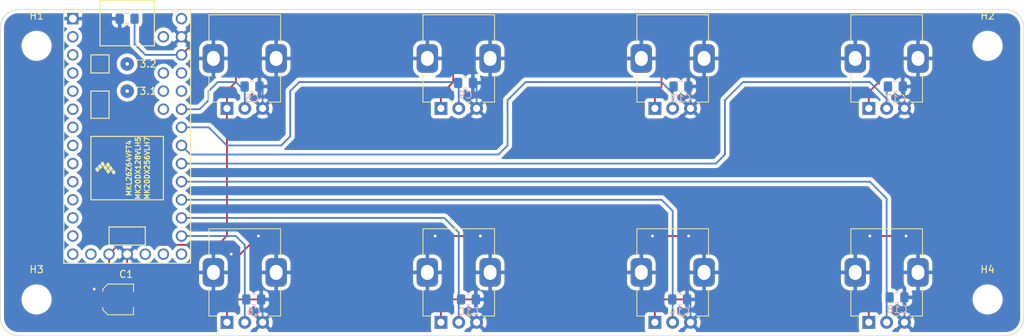
<source format=kicad_pcb>
(kicad_pcb (version 20211014) (generator pcbnew)
  (layers (0 "F.Cu" signal) (31 "B.Cu" signal) (34 "B.Paste" user) (35 "F.Paste" user) (36 "B.SilkS" user "B.Silkscreen") (37 "F.SilkS" user "F.Silkscreen") (38 "B.Mask" user) (39 "F.Mask" user) (44 "Edge.Cuts" user))
  (net 0 "")
  (net 1 "GND")
  (net 2 "+3V3")
  (net 3 "/POT1")
  (net 4 "/POT5")
  (net 5 "/POT2")
  (net 6 "/POT6")
  (net 7 "/POT3")
  (net 8 "/POT7")
  (net 9 "/POT4")
  (net 10 "/POT8")
  (footprint "Potentiometer_THT:Potentiometer_Alps_RK09K_Single_Vertical" (layer "F.Cu") (at 124.29 6.35 90)
    (fp_text reference "RV13" hide)
    (fp_text value "POT" hide)
    (fp_line (start -6.621846 -5.036822) (end -2.684846 -5.036822) (layer "F.SilkS") (width 0.12))
    (fp_line (start 1.682154 5.004178) (end 5.618154 5.004178) (layer "F.SilkS") (width 0.12))
    (fp_line (start -6.621846 0.855178) (end -6.621846 1.614178) (layer "F.SilkS") (width 0.12))
    (fp_line (start -6.621846 3.354178) (end -6.621846 5.004178) (layer "F.SilkS") (width 0.12))
    (fp_line (start 1.682154 -5.036822) (end 5.618154 -5.036822) (layer "F.SilkS") (width 0.12))
    (fp_line (start -6.621846 -5.036822) (end -6.621846 -3.715822) (layer "F.SilkS") (width 0.12))
    (fp_line (start -6.621846 -1.265822) (end -6.621846 -0.885822) (layer "F.SilkS") (width 0.12))
    (fp_line (start -6.621846 5.004178) (end -2.684846 5.004178) (layer "F.SilkS") (width 0.12))
    (fp_line (start 5.618154 -5.036822) (end 5.618154 5.004178) (layer "F.SilkS") (width 0.12))
    (pad "1" thru_hole rect (at -7.501846 -2.515822 90) (size 1.8 1.8) (drill 1) (layers *.Cu *.Mask) (net 2 "+3V3"))
    (pad "2" thru_hole circle (at -7.501846 -0.015822 90) (size 1.8 1.8) (drill 1) (layers *.Cu *.Mask) (net 4 "/POT5"))
    (pad "3" thru_hole circle (at -7.501846 2.484178 90) (size 1.8 1.8) (drill 1) (layers *.Cu *.Mask) (net 1 "GND"))
    (pad "MP" thru_hole roundrect (at -0.501846 -4.415822 90) (size 4 3) (drill oval 2.1 1.8) (layers *.Cu *.Mask) (net 1 "GND"))
    (pad "MP" thru_hole roundrect (at -0.501846 4.384178 90) (size 4 3) (drill oval 2.1 1.8) (layers *.Cu *.Mask) (net 1 "GND"))
  )
  (footprint "Potentiometer_THT:Potentiometer_Alps_RK09K_Single_Vertical" (layer "F.Cu") (at 124.29 36.35 90)
    (fp_text reference "RV14" hide)
    (fp_text value "POT" hide)
    (fp_line (start -6.621846 3.354178) (end -6.621846 5.004178) (layer "F.SilkS") (width 0.12))
    (fp_line (start -6.621846 5.004178) (end -2.684846 5.004178) (layer "F.SilkS") (width 0.12))
    (fp_line (start -6.621846 0.855178) (end -6.621846 1.614178) (layer "F.SilkS") (width 0.12))
    (fp_line (start -6.621846 -5.036822) (end -6.621846 -3.715822) (layer "F.SilkS") (width 0.12))
    (fp_line (start -6.621846 -1.265822) (end -6.621846 -0.885822) (layer "F.SilkS") (width 0.12))
    (fp_line (start 1.682154 -5.036822) (end 5.618154 -5.036822) (layer "F.SilkS") (width 0.12))
    (fp_line (start 1.682154 5.004178) (end 5.618154 5.004178) (layer "F.SilkS") (width 0.12))
    (fp_line (start -6.621846 -5.036822) (end -2.684846 -5.036822) (layer "F.SilkS") (width 0.12))
    (fp_line (start 5.618154 -5.036822) (end 5.618154 5.004178) (layer "F.SilkS") (width 0.12))
    (pad "1" thru_hole rect (at -7.501846 -2.515822 90) (size 1.8 1.8) (drill 1) (layers *.Cu *.Mask) (net 2 "+3V3"))
    (pad "2" thru_hole circle (at -7.501846 -0.015822 90) (size 1.8 1.8) (drill 1) (layers *.Cu *.Mask) (net 9 "/POT4"))
    (pad "3" thru_hole circle (at -7.501846 2.484178 90) (size 1.8 1.8) (drill 1) (layers *.Cu *.Mask) (net 1 "GND"))
    (pad "MP" thru_hole roundrect (at -0.501846 -4.415822 90) (size 4 3) (drill oval 2.1 1.8) (layers *.Cu *.Mask) (net 1 "GND"))
    (pad "MP" thru_hole roundrect (at -0.501846 4.384178 90) (size 4 3) (drill oval 2.1 1.8) (layers *.Cu *.Mask) (net 1 "GND"))
  )
  (footprint "Potentiometer_THT:Potentiometer_Alps_RK09K_Single_Vertical" (layer "F.Cu") (at 94.29 6.35 90)
    (fp_text reference "RV9" hide)
    (fp_text value "POT" hide)
    (fp_line (start 1.682154 5.004178) (end 5.618154 5.004178) (layer "F.SilkS") (width 0.12))
    (fp_line (start -6.621846 0.855178) (end -6.621846 1.614178) (layer "F.SilkS") (width 0.12))
    (fp_line (start -6.621846 5.004178) (end -2.684846 5.004178) (layer "F.SilkS") (width 0.12))
    (fp_line (start 5.618154 -5.036822) (end 5.618154 5.004178) (layer "F.SilkS") (width 0.12))
    (fp_line (start -6.621846 -5.036822) (end -6.621846 -3.715822) (layer "F.SilkS") (width 0.12))
    (fp_line (start -6.621846 3.354178) (end -6.621846 5.004178) (layer "F.SilkS") (width 0.12))
    (fp_line (start 1.682154 -5.036822) (end 5.618154 -5.036822) (layer "F.SilkS") (width 0.12))
    (fp_line (start -6.621846 -5.036822) (end -2.684846 -5.036822) (layer "F.SilkS") (width 0.12))
    (fp_line (start -6.621846 -1.265822) (end -6.621846 -0.885822) (layer "F.SilkS") (width 0.12))
    (pad "1" thru_hole rect (at -7.501846 -2.515822 90) (size 1.8 1.8) (drill 1) (layers *.Cu *.Mask) (net 2 "+3V3"))
    (pad "2" thru_hole circle (at -7.501846 -0.015822 90) (size 1.8 1.8) (drill 1) (layers *.Cu *.Mask) (net 6 "/POT6"))
    (pad "3" thru_hole circle (at -7.501846 2.484178 90) (size 1.8 1.8) (drill 1) (layers *.Cu *.Mask) (net 1 "GND"))
    (pad "MP" thru_hole roundrect (at -0.501846 4.384178 90) (size 4 3) (drill oval 2.1 1.8) (layers *.Cu *.Mask) (net 1 "GND"))
    (pad "MP" thru_hole roundrect (at -0.501846 -4.415822 90) (size 4 3) (drill oval 2.1 1.8) (layers *.Cu *.Mask) (net 1 "GND"))
  )
  (footprint "Potentiometer_THT:Potentiometer_Alps_RK09K_Single_Vertical" (layer "F.Cu") (at 34.29 36.35 90)
    (fp_text reference "RV2" hide)
    (fp_text value "POT" hide)
    (fp_line (start -6.621846 -5.036822) (end -6.621846 -3.715822) (layer "F.SilkS") (width 0.12))
    (fp_line (start 1.682154 -5.036822) (end 5.618154 -5.036822) (layer "F.SilkS") (width 0.12))
    (fp_line (start 1.682154 5.004178) (end 5.618154 5.004178) (layer "F.SilkS") (width 0.12))
    (fp_line (start -6.621846 -1.265822) (end -6.621846 -0.885822) (layer "F.SilkS") (width 0.12))
    (fp_line (start -6.621846 5.004178) (end -2.684846 5.004178) (layer "F.SilkS") (width 0.12))
    (fp_line (start -6.621846 -5.036822) (end -2.684846 -5.036822) (layer "F.SilkS") (width 0.12))
    (fp_line (start -6.621846 0.855178) (end -6.621846 1.614178) (layer "F.SilkS") (width 0.12))
    (fp_line (start 5.618154 -5.036822) (end 5.618154 5.004178) (layer "F.SilkS") (width 0.12))
    (fp_line (start -6.621846 3.354178) (end -6.621846 5.004178) (layer "F.SilkS") (width 0.12))
    (pad "1" thru_hole rect (at -7.501846 -2.515822 90) (size 1.8 1.8) (drill 1) (layers *.Cu *.Mask) (net 2 "+3V3"))
    (pad "2" thru_hole circle (at -7.501846 -0.015822 90) (size 1.8 1.8) (drill 1) (layers *.Cu *.Mask) (net 3 "/POT1"))
    (pad "3" thru_hole circle (at -7.501846 2.484178 90) (size 1.8 1.8) (drill 1) (layers *.Cu *.Mask) (net 1 "GND"))
    (pad "MP" thru_hole roundrect (at -0.501846 -4.415822 90) (size 4 3) (drill oval 2.1 1.8) (layers *.Cu *.Mask) (net 1 "GND"))
    (pad "MP" thru_hole roundrect (at -0.501846 4.384178 90) (size 4 3) (drill oval 2.1 1.8) (layers *.Cu *.Mask) (net 1 "GND"))
  )
  (footprint "Potentiometer_THT:Potentiometer_Alps_RK09K_Single_Vertical" (layer "F.Cu") (at 64.29 36.35 90)
    (fp_text reference "RV6" hide)
    (fp_text value "POT" hide)
    (fp_line (start -6.621846 -5.036822) (end -6.621846 -3.715822) (layer "F.SilkS") (width 0.12))
    (fp_line (start 1.682154 -5.036822) (end 5.618154 -5.036822) (layer "F.SilkS") (width 0.12))
    (fp_line (start 1.682154 5.004178) (end 5.618154 5.004178) (layer "F.SilkS") (width 0.12))
    (fp_line (start -6.621846 -1.265822) (end -6.621846 -0.885822) (layer "F.SilkS") (width 0.12))
    (fp_line (start -6.621846 5.004178) (end -2.684846 5.004178) (layer "F.SilkS") (width 0.12))
    (fp_line (start -6.621846 0.855178) (end -6.621846 1.614178) (layer "F.SilkS") (width 0.12))
    (fp_line (start -6.621846 -5.036822) (end -2.684846 -5.036822) (layer "F.SilkS") (width 0.12))
    (fp_line (start 5.618154 -5.036822) (end 5.618154 5.004178) (layer "F.SilkS") (width 0.12))
    (fp_line (start -6.621846 3.354178) (end -6.621846 5.004178) (layer "F.SilkS") (width 0.12))
    (pad "1" thru_hole rect (at -7.501846 -2.515822 90) (size 1.8 1.8) (drill 1) (layers *.Cu *.Mask) (net 2 "+3V3"))
    (pad "2" thru_hole circle (at -7.501846 -0.015822 90) (size 1.8 1.8) (drill 1) (layers *.Cu *.Mask) (net 5 "/POT2"))
    (pad "3" thru_hole circle (at -7.501846 2.484178 90) (size 1.8 1.8) (drill 1) (layers *.Cu *.Mask) (net 1 "GND"))
    (pad "MP" thru_hole roundrect (at -0.501846 -4.415822 90) (size 4 3) (drill oval 2.1 1.8) (layers *.Cu *.Mask) (net 1 "GND"))
    (pad "MP" thru_hole roundrect (at -0.501846 4.384178 90) (size 4 3) (drill oval 2.1 1.8) (layers *.Cu *.Mask) (net 1 "GND"))
  )
  (footprint "Potentiometer_THT:Potentiometer_Alps_RK09K_Single_Vertical" (layer "F.Cu") (at 64.29 6.35 90)
    (fp_text reference "RV5" hide)
    (fp_text value "POT" hide)
    (fp_line (start -6.621846 -5.036822) (end -6.621846 -3.715822) (layer "F.SilkS") (width 0.12))
    (fp_line (start -6.621846 -5.036822) (end -2.684846 -5.036822) (layer "F.SilkS") (width 0.12))
    (fp_line (start 1.682154 -5.036822) (end 5.618154 -5.036822) (layer "F.SilkS") (width 0.12))
    (fp_line (start 5.618154 -5.036822) (end 5.618154 5.004178) (layer "F.SilkS") (width 0.12))
    (fp_line (start -6.621846 0.855178) (end -6.621846 1.614178) (layer "F.SilkS") (width 0.12))
    (fp_line (start -6.621846 5.004178) (end -2.684846 5.004178) (layer "F.SilkS") (width 0.12))
    (fp_line (start 1.682154 5.004178) (end 5.618154 5.004178) (layer "F.SilkS") (width 0.12))
    (fp_line (start -6.621846 -1.265822) (end -6.621846 -0.885822) (layer "F.SilkS") (width 0.12))
    (fp_line (start -6.621846 3.354178) (end -6.621846 5.004178) (layer "F.SilkS") (width 0.12))
    (pad "1" thru_hole rect (at -7.501846 -2.515822 90) (size 1.8 1.8) (drill 1) (layers *.Cu *.Mask) (net 2 "+3V3"))
    (pad "2" thru_hole circle (at -7.501846 -0.015822 90) (size 1.8 1.8) (drill 1) (layers *.Cu *.Mask) (net 8 "/POT7"))
    (pad "3" thru_hole circle (at -7.501846 2.484178 90) (size 1.8 1.8) (drill 1) (layers *.Cu *.Mask) (net 1 "GND"))
    (pad "MP" thru_hole roundrect (at -0.501846 -4.415822 90) (size 4 3) (drill oval 2.1 1.8) (layers *.Cu *.Mask) (net 1 "GND"))
    (pad "MP" thru_hole roundrect (at -0.501846 4.384178 90) (size 4 3) (drill oval 2.1 1.8) (layers *.Cu *.Mask) (net 1 "GND"))
  )
  (footprint "Extra Parts:Teensy30_31_32_LC" (layer "F.Cu") (at 17.78 17.78 -90)
    (fp_text reference "U3" hide)
    (fp_text value "Teensy-LC")
    (fp_text user "MK20DX128VLH5" (at 4.445 -1.524 90) (layer "F.SilkS") (effects (font (size 0.7 0.7))))
    (fp_text user "T3.2" (at -10.16 -2.54) (layer "F.SilkS"))
    (fp_text user "T3.1" (at -6.35 -2.54) (layer "F.SilkS"))
    (fp_text user "MK20DX256VLH7" (at 4.445 -2.794 90) (layer "F.SilkS") (effects (font (size 0.7 0.7))))
    (fp_text user "MKL26Z64VFT4" (at 4.445 -0.254 90) (layer "F.SilkS") (effects (font (size 0.7 0.7))))
    (fp_line (start -8.89 2.54) (end -11.43 2.54) (layer "F.SilkS") (width 0.15))
    (fp_line (start -17.78 8.89) (end -17.78 -8.89) (layer "F.SilkS") (width 0.15))
    (fp_line (start 12.7 -2.54) (end 15.24 -2.54) (layer "F.SilkS") (width 0.15))
    (fp_line (start 0 -5.08) (end 0 5.08) (layer "F.SilkS") (width 0.15))
    (fp_line (start 12.7 2.54) (end 12.7 -2.54) (layer "F.SilkS") (width 0.15))
    (fp_line (start -6.35 5.08) (end -2.54 5.08) (layer "F.SilkS") (width 0.15))
    (fp_line (start -6.35 2.54) (end -6.35 5.08) (layer "F.SilkS") (width 0.15))
    (fp_line (start -11.43 5.08) (end -8.89 5.08) (layer "F.SilkS") (width 0.15))
    (fp_line (start -17.78 -8.89) (end 17.78 -8.89) (layer "F.SilkS") (width 0.15))
    (fp_line (start -11.43 2.54) (end -11.43 5.08) (layer "F.SilkS") (width 0.15))
    (fp_line (start -8.89 5.08) (end -8.89 2.54) (layer "F.SilkS") (width 0.15))
    (fp_line (start 17.78 8.89) (end -17.78 8.89) (layer "F.SilkS") (width 0.15))
    (fp_line (start 8.89 5.08) (end 0 5.08) (layer "F.SilkS") (width 0.15))
    (fp_line (start -2.54 5.08) (end -2.54 2.54) (layer "F.SilkS") (width 0.15))
    (fp_line (start -17.78 3.81) (end -19.05 3.81) (layer "F.SilkS") (width 0.15))
    (fp_line (start -2.54 2.54) (end -6.35 2.54) (layer "F.SilkS") (width 0.15))
    (fp_line (start -12.7 3.81) (end -17.78 3.81) (layer "F.SilkS") (width 0.15))
    (fp_line (start 15.24 2.54) (end 12.7 2.54) (layer "F.SilkS") (width 0.15))
    (fp_line (start 17.78 -8.89) (end 17.78 8.89) (layer "F.SilkS") (width 0.15))
    (fp_line (start -12.7 -3.81) (end -17.78 -3.81) (layer "F.SilkS") (width 0.15))
    (fp_line (start 8.89 5.08) (end 8.89 -5.08) (layer "F.SilkS") (width 0.15))
    (fp_line (start 8.89 -5.08) (end 0 -5.08) (layer "F.SilkS") (width 0.15))
    (fp_line (start -19.05 -3.81) (end -17.78 -3.81) (layer "F.SilkS") (width 0.15))
    (fp_line (start -19.05 3.81) (end -19.05 -3.81) (layer "F.SilkS") (width 0.15))
    (fp_line (start 15.24 -2.54) (end 15.24 2.54) (layer "F.SilkS") (width 0.15))
    (fp_line (start -12.7 3.81) (end -12.7 -3.81) (layer "F.SilkS") (width 0.15))
    (fp_poly (pts (xy 3.81 3.683) (xy 3.556 3.429) (xy 3.937 3.175) (xy 4.191 3.429)) (layer "F.SilkS") (width 0.1) (fill solid))
    (fp_poly (pts (xy 3.937 2.921) (xy 3.683 2.667) (xy 4.064 2.413) (xy 4.318 2.667)) (layer "F.SilkS") (width 0.1) (fill solid))
    (fp_poly (pts (xy 4.445 2.54) (xy 4.191 2.286) (xy 4.572 2.032) (xy 4.826 2.286)) (layer "F.SilkS") (width 0.1) (fill solid))
    (fp_poly (pts (xy 4.953 2.159) (xy 4.699 1.905) (xy 5.08 1.651) (xy 5.334 1.905)) (layer "F.SilkS") (width 0.1) (fill solid))
    (fp_poly (pts (xy 4.191 4.064) (xy 3.937 3.81) (xy 4.318 3.556) (xy 4.572 3.81)) (layer "F.SilkS") (width 0.1) (fill solid))
    (fp_poly (pts (xy 4.572 4.445) (xy 4.318 4.191) (xy 4.699 3.937) (xy 4.953 4.191)) (layer "F.SilkS") (width 0.1) (fill solid))
    (fp_poly (pts (xy 4.318 3.302) (xy 4.064 3.048) (xy 4.445 2.794) (xy 4.699 3.048)) (layer "F.SilkS") (width 0.1) (fill solid))
    (fp_poly (pts (xy 4.826 2.921) (xy 4.572 2.667) (xy 4.953 2.413) (xy 5.207 2.667)) (layer "F.SilkS") (width 0.1) (fill solid))
    (pad "1" thru_hole rect locked (at -16.51 7.62 270) (size 1.6 1.6) (drill 1.1) (layers *.Cu *.Mask) (net 1 "GND"))
    (pad "2" thru_hole circle locked (at -13.97 7.62 270) (size 1.6 1.6) (drill 1.1) (layers *.Cu *.Mask))
    (pad "3" thru_hole circle locked (at -11.43 7.62 270) (size 1.6 1.6) (drill 1.1) (layers *.Cu *.Mask))
    (pad "4" thru_hole circle locked (at -8.89 7.62 270) (size 1.6 1.6) (drill 1.1) (layers *.Cu *.Mask))
    (pad "5" thru_hole circle locked (at -6.35 7.62 270) (size 1.6 1.6) (drill 1.1) (layers *.Cu *.Mask))
    (pad "6" thru_hole circle locked (at -3.81 7.62 270) (size 1.6 1.6) (drill 1.1) (layers *.Cu *.Mask))
    (pad "7" thru_hole circle locked (at -1.27 7.62 270) (size 1.6 1.6) (drill 1.1) (layers *.Cu *.Mask))
    (pad "8" thru_hole circle locked (at 1.27 7.62 270) (size 1.6 1.6) (drill 1.1) (layers *.Cu *.Mask))
    (pad "9" thru_hole circle locked (at 3.81 7.62 270) (size 1.6 1.6) (drill 1.1) (layers *.Cu *.Mask))
    (pad "10" thru_hole circle locked (at 6.35 7.62 270) (size 1.6 1.6) (drill 1.1) (layers *.Cu *.Mask))
    (pad "11" thru_hole circle locked (at 8.89 7.62 270) (size 1.6 1.6) (drill 1.1) (layers *.Cu *.Mask))
    (pad "12" thru_hole circle locked (at 11.43 7.62 270) (size 1.6 1.6) (drill 1.1) (layers *.Cu *.Mask))
    (pad "13" thru_hole circle locked (at 13.97 7.62 270) (size 1.6 1.6) (drill 1.1) (layers *.Cu *.Mask))
    (pad "14" thru_hole circle locked (at 16.51 7.62 270) (size 1.6 1.6) (drill 1.1) (layers *.Cu *.Mask))
    (pad "15" thru_hole circle locked (at 16.51 5.08 270) (size 1.6 1.6) (drill 1.1) (layers *.Cu *.Mask))
    (pad "16" thru_hole circle locked (at 16.51 2.54 270) (size 1.6 1.6) (drill 1.1) (layers *.Cu *.Mask) (net 2 "+3V3"))
    (pad "17" thru_hole circle locked (at 16.51 0 270) (size 1.6 1.6) (drill 1.1) (layers *.Cu *.Mask) (net 1 "GND"))
    (pad "18" thru_hole circle locked (at 16.51 -2.54 270) (size 1.6 1.6) (drill 1.1) (layers *.Cu *.Mask))
    (pad "19" thru_hole circle locked (at 16.51 -5.08 270) (size 1.6 1.6) (drill 1.1) (layers *.Cu *.Mask))
    (pad "20" thru_hole circle locked (at 16.51 -7.62 270) (size 1.6 1.6) (drill 1.1) (layers *.Cu *.Mask))
    (pad "21" thru_hole circle locked (at 13.97 -7.62 270) (size 1.6 1.6) (drill 1.1) (layers *.Cu *.Mask) (net 3 "/POT1"))
    (pad "22" thru_hole circle locked (at 11.43 -7.62 270) (size 1.6 1.6) (drill 1.1) (layers *.Cu *.Mask) (net 5 "/POT2"))
    (pad "23" thru_hole circle locked (at 8.89 -7.62 270) (size 1.6 1.6) (drill 1.1) (layers *.Cu *.Mask) (net 7 "/POT3"))
    (pad "24" thru_hole circle locked (at 6.35 -7.62 270) (size 1.6 1.6) (drill 1.1) (layers *.Cu *.Mask) (net 9 "/POT4"))
    (pad "25" thru_hole circle locked (at 3.81 -7.62 270) (size 1.6 1.6) (drill 1.1) (layers *.Cu *.Mask) (net 4 "/POT5"))
    (pad "26" thru_hole circle locked (at 1.27 -7.62 270) (size 1.6 1.6) (drill 1.1) (layers *.Cu *.Mask) (net 6 "/POT6"))
    (pad "27" thru_hole circle locked (at -1.27 -7.62 270) (size 1.6 1.6) (drill 1.1) (layers *.Cu *.Mask) (net 8 "/POT7"))
    (pad "28" thru_hole circle locked (at -3.81 -7.62 270) (size 1.6 1.6) (drill 1.1) (layers *.Cu *.Mask) (net 10 "/POT8"))
    (pad "29" thru_hole circle locked (at -6.35 -7.62 270) (size 1.6 1.6) (drill 1.1) (layers *.Cu *.Mask))
    (pad "30" thru_hole circle locked (at -8.89 -7.62 270) (size 1.6 1.6) (drill 1.1) (layers *.Cu *.Mask))
    (pad "31" thru_hole circle locked (at -11.43 -7.62 270) (size 1.6 1.6) (drill 1.1) (layers *.Cu *.Mask) (net 2 "+3V3"))
    (pad "32" thru_hole circle locked (at -13.97 -7.62 270) (size 1.6 1.6) (drill 1.1) (layers *.Cu *.Mask) (net 1 "GND"))
    (pad "33" thru_hole circle locked (at -16.51 -7.62 270) (size 1.6 1.6) (drill 1.1) (layers *.Cu *.Mask))
    (pad "34" thru_hole circle locked (at -13.97 -5.08 270) (size 1.6 1.6) (drill 1.1) (layers *.Cu *.Mask))
    (pad "35" thru_hole circle locked (at -8.89 -5.08 270) (size 1.6 1.6) (drill 1.1) (layers *.Cu *.Mask))
    (pad "36" thru_hole circle locked (at -6.35 -5.08 270) (size 1.6 1.6) (drill 1.1) (layers *.Cu *.Mask))
    (pad "37" thru_hole circle locked (at -3.81 -5.08 270) (size 1.6 1.6) (drill 1.1) (layers *.Cu *.Mask))
    (pad "38" thru_hole circle locked (at -6.35 0 270) (size 1.9 1.9) (drill 0.5) (layers *.Cu *.Mask))
    (pad "38" thru_hole circle locked (at -10.16 0 270) (size 1.9 1.9) (drill 0.5) (layers *.Cu *.Mask))
  )
  (footprint "MountingHole:MountingHole_3.2mm_M3" (layer "F.Cu") (at 138.43 40.64)
    (fp_text reference "H4" (at 0 -4.2) (layer "F.SilkS"))
    (fp_text value "MountingHole" hide)
    (pad "" np_thru_hole circle (at 0 0) (size 3.2 3.2) (drill 3.2) (layers *.Cu *.Mask))
  )
  (footprint "Extra Parts:CAP_EEEFN1E100R" (layer "F.Cu") (at 16.51 40.64)
    (fp_text reference "C1" (at 1.125 -3.535) (layer "F.SilkS"))
    (fp_text value "C_Polarized" hide)
    (fp_line (start -2.15 1.12) (end -2.15 1.45) (layer "F.SilkS") (width 0.127))
    (fp_line (start 2.15 2.15) (end 2.15 1.12) (layer "F.SilkS") (width 0.127))
    (fp_line (start -2.15 1.45) (end -1.45 2.15) (layer "F.SilkS") (width 0.127))
    (fp_line (start -1.45 -2.15) (end -2.15 -1.45) (layer "F.SilkS") (width 0.127))
    (fp_line (start 2.15 -2.15) (end -1.45 -2.15) (layer "F.SilkS") (width 0.127))
    (fp_line (start -2.15 -1.45) (end -2.15 -1.12) (layer "F.SilkS") (width 0.127))
    (fp_line (start -1.45 2.15) (end 2.15 2.15) (layer "F.SilkS") (width 0.127))
    (fp_line (start 2.15 -1.12) (end 2.15 -2.15) (layer "F.SilkS") (width 0.127))
    (fp_circle (center -3.35 -1.45) (end -3.25 -1.45) (layer "F.SilkS") (width 0.2) (fill none))
    (pad "1" smd rect (at -1.75 0) (size 2.5 1.6) (layers "F.Cu" "F.Paste" "F.Mask") (net 2 "+3V3"))
    (pad "2" smd rect (at 1.75 0) (size 2.5 1.6) (layers "F.Cu" "F.Paste" "F.Mask") (net 1 "GND"))
  )
  (footprint "MountingHole:MountingHole_3.2mm_M3" (layer "F.Cu") (at 5.08 40.64)
    (fp_text reference "H3" (at 0 -4.2) (layer "F.SilkS"))
    (fp_text value "MountingHole" hide)
    (pad "" np_thru_hole circle (at 0 0) (size 3.2 3.2) (drill 3.2) (layers *.Cu *.Mask))
  )
  (footprint "MountingHole:MountingHole_3.2mm_M3" (layer "F.Cu") (at 138.43 5.08)
    (fp_text reference "H2" (at 0 -4.2) (layer "F.SilkS"))
    (fp_text value "MountingHole" hide)
    (pad "" np_thru_hole circle (at 0 0) (size 3.2 3.2) (drill 3.2) (layers *.Cu *.Mask))
  )
  (footprint "Potentiometer_THT:Potentiometer_Alps_RK09K_Single_Vertical" (layer "F.Cu") (at 34.29 6.35 90)
    (fp_text reference "RV1" hide)
    (fp_text value "POT" hide)
    (fp_line (start -6.621846 -5.036822) (end -6.621846 -3.715822) (layer "F.SilkS") (width 0.12))
    (fp_line (start 1.682154 5.004178) (end 5.618154 5.004178) (layer "F.SilkS") (width 0.12))
    (fp_line (start -6.621846 -1.265822) (end -6.621846 -0.885822) (layer "F.SilkS") (width 0.12))
    (fp_line (start -6.621846 -5.036822) (end -2.684846 -5.036822) (layer "F.SilkS") (width 0.12))
    (fp_line (start -6.621846 3.354178) (end -6.621846 5.004178) (layer "F.SilkS") (width 0.12))
    (fp_line (start 5.618154 -5.036822) (end 5.618154 5.004178) (layer "F.SilkS") (width 0.12))
    (fp_line (start -6.621846 0.855178) (end -6.621846 1.614178) (layer "F.SilkS") (width 0.12))
    (fp_line (start -6.621846 5.004178) (end -2.684846 5.004178) (layer "F.SilkS") (width 0.12))
    (fp_line (start 1.682154 -5.036822) (end 5.618154 -5.036822) (layer "F.SilkS") (width 0.12))
    (pad "1" thru_hole rect (at -7.501846 -2.515822 90) (size 1.8 1.8) (drill 1) (layers *.Cu *.Mask) (net 2 "+3V3"))
    (pad "2" thru_hole circle (at -7.501846 -0.015822 90) (size 1.8 1.8) (drill 1) (layers *.Cu *.Mask) (net 10 "/POT8"))
    (pad "3" thru_hole circle (at -7.501846 2.484178 90) (size 1.8 1.8) (drill 1) (layers *.Cu *.Mask) (net 1 "GND"))
    (pad "MP" thru_hole roundrect (at -0.501846 -4.415822 90) (size 4 3) (drill oval 2.1 1.8) (layers *.Cu *.Mask) (net 1 "GND"))
    (pad "MP" thru_hole roundrect (at -0.501846 4.384178 90) (size 4 3) (drill oval 2.1 1.8) (layers *.Cu *.Mask) (net 1 "GND"))
  )
  (footprint "MountingHole:MountingHole_3.2mm_M3" (layer "F.Cu") (at 5.08 5.08)
    (fp_text reference "H1" (at 0 -4.2) (layer "F.SilkS"))
    (fp_text value "MountingHole" hide)
    (pad "" np_thru_hole circle (at 0 0) (size 3.2 3.2) (drill 3.2) (layers *.Cu *.Mask))
  )
  (footprint "Potentiometer_THT:Potentiometer_Alps_RK09K_Single_Vertical" (layer "F.Cu") (at 94.29 36.35 90)
    (fp_text reference "RV10" hide)
    (fp_text value "POT" hide)
    (fp_line (start -6.621846 -1.265822) (end -6.621846 -0.885822) (layer "F.SilkS") (width 0.12))
    (fp_line (start -6.621846 3.354178) (end -6.621846 5.004178) (layer "F.SilkS") (width 0.12))
    (fp_line (start 5.618154 -5.036822) (end 5.618154 5.004178) (layer "F.SilkS") (width 0.12))
    (fp_line (start 1.682154 5.004178) (end 5.618154 5.004178) (layer "F.SilkS") (width 0.12))
    (fp_line (start -6.621846 5.004178) (end -2.684846 5.004178) (layer "F.SilkS") (width 0.12))
    (fp_line (start -6.621846 -5.036822) (end -2.684846 -5.036822) (layer "F.SilkS") (width 0.12))
    (fp_line (start -6.621846 0.855178) (end -6.621846 1.614178) (layer "F.SilkS") (width 0.12))
    (fp_line (start 1.682154 -5.036822) (end 5.618154 -5.036822) (layer "F.SilkS") (width 0.12))
    (fp_line (start -6.621846 -5.036822) (end -6.621846 -3.715822) (layer "F.SilkS") (width 0.12))
    (pad "1" thru_hole rect (at -7.501846 -2.515822 90) (size 1.8 1.8) (drill 1) (layers *.Cu *.Mask) (net 2 "+3V3"))
    (pad "2" thru_hole circle (at -7.501846 -0.015822 90) (size 1.8 1.8) (drill 1) (layers *.Cu *.Mask) (net 7 "/POT3"))
    (pad "3" thru_hole circle (at -7.501846 2.484178 90) (size 1.8 1.8) (drill 1) (layers *.Cu *.Mask) (net 1 "GND"))
    (pad "MP" thru_hole roundrect (at -0.501846 -4.415822 90) (size 4 3) (drill oval 2.1 1.8) (layers *.Cu *.Mask) (net 1 "GND"))
    (pad "MP" thru_hole roundrect (at -0.501846 4.384178 90) (size 4 3) (drill oval 2.1 1.8) (layers *.Cu *.Mask) (net 1 "GND"))
  )
  (footprint "Capacitor_SMD:C_0805_2012Metric_Pad1.18x1.45mm_HandSolder" (layer "B.Cu") (at 125.4975 10.785)
    (fp_text reference "C17" (at 0 1.68) (layer "B.SilkS") (effects (justify mirror)))
    (fp_text value "C")
    (fp_line (start -0.261252 -0.735) (end 0.261252 -0.735) (layer "B.SilkS") (width 0.12))
    (fp_line (start -0.261252 0.735) (end 0.261252 0.735) (layer "B.SilkS") (width 0.12))
    (pad "1" smd roundrect (at -1.0375 0) (size 1.175 1.45) (layers "B.Cu" "B.Paste" "B.Mask") (roundrect_rratio 0.2127659574) (net 4 "/POT5"))
    (pad "2" smd roundrect (at 1.0375 0) (size 1.175 1.45) (layers "B.Cu" "B.Paste" "B.Mask") (roundrect_rratio 0.2127659574) (net 1 "GND"))
  )
  (footprint "Capacitor_SMD:C_0805_2012Metric_Pad1.18x1.45mm_HandSolder" (layer "B.Cu") (at 125.73 40.351846)
    (fp_text reference "C18" (at 0 1.68) (layer "B.SilkS") (effects (justify mirror)))
    (fp_text value "C")
    (fp_line (start -0.261252 -0.735) (end 0.261252 -0.735) (layer "B.SilkS") (width 0.12))
    (fp_line (start -0.261252 0.735) (end 0.261252 0.735) (layer "B.SilkS") (width 0.12))
    (pad "1" smd roundrect (at -1.0375 0) (size 1.175 1.45) (layers "B.Cu" "B.Paste" "B.Mask") (roundrect_rratio 0.2127659574) (net 9 "/POT4"))
    (pad "2" smd roundrect (at 1.0375 0) (size 1.175 1.45) (layers "B.Cu" "B.Paste" "B.Mask") (roundrect_rratio 0.2127659574) (net 1 "GND"))
  )
  (footprint "Capacitor_SMD:C_0805_2012Metric_Pad1.18x1.45mm_HandSolder" (layer "B.Cu") (at 35.29 10.785)
    (fp_text reference "C5" (at 0 1.68) (layer "B.SilkS") (effects (justify mirror)))
    (fp_text value "C")
    (fp_line (start -0.261252 -0.735) (end 0.261252 -0.735) (layer "B.SilkS") (width 0.12))
    (fp_line (start -0.261252 0.735) (end 0.261252 0.735) (layer "B.SilkS") (width 0.12))
    (pad "1" smd roundrect (at -1.0375 0) (size 1.175 1.45) (layers "B.Cu" "B.Paste" "B.Mask") (roundrect_rratio 0.2127659574) (net 10 "/POT8"))
    (pad "2" smd roundrect (at 1.0375 0) (size 1.175 1.45) (layers "B.Cu" "B.Paste" "B.Mask") (roundrect_rratio 0.2127659574) (net 1 "GND"))
  )
  (footprint "Capacitor_SMD:C_0805_2012Metric_Pad1.18x1.45mm_HandSolder" (layer "B.Cu") (at 65.637504 40.64)
    (fp_text reference "C10" (at 0 1.68) (layer "B.SilkS") (effects (justify mirror)))
    (fp_text value "C")
    (fp_line (start -0.261252 -0.735) (end 0.261252 -0.735) (layer "B.SilkS") (width 0.12))
    (fp_line (start -0.261252 0.735) (end 0.261252 0.735) (layer "B.SilkS") (width 0.12))
    (pad "1" smd roundrect (at -1.0375 0) (size 1.175 1.45) (layers "B.Cu" "B.Paste" "B.Mask") (roundrect_rratio 0.2127659574) (net 5 "/POT2"))
    (pad "2" smd roundrect (at 1.0375 0) (size 1.175 1.45) (layers "B.Cu" "B.Paste" "B.Mask") (roundrect_rratio 0.2127659574) (net 1 "GND"))
  )
  (footprint "Capacitor_SMD:C_0805_2012Metric_Pad1.18x1.45mm_HandSolder" (layer "B.Cu") (at 65.220418 10.28)
    (fp_text reference "C9" (at 0 1.68) (layer "B.SilkS") (effects (justify mirror)))
    (fp_text value "C")
    (fp_line (start -0.261252 0.735) (end 0.261252 0.735) (layer "B.SilkS") (width 0.12))
    (fp_line (start -0.261252 -0.735) (end 0.261252 -0.735) (layer "B.SilkS") (width 0.12))
    (pad "1" smd roundrect (at -1.0375 0) (size 1.175 1.45) (layers "B.Cu" "B.Paste" "B.Mask") (roundrect_rratio 0.2127659574) (net 8 "/POT7"))
    (pad "2" smd roundrect (at 1.0375 0) (size 1.175 1.45) (layers "B.Cu" "B.Paste" "B.Mask") (roundrect_rratio 0.2127659574) (net 1 "GND"))
  )
  (footprint "Capacitor_SMD:C_0805_2012Metric_Pad1.18x1.45mm_HandSolder" (layer "B.Cu") (at 35.524678 40.64)
    (fp_text reference "C6" (at 0 1.68) (layer "B.SilkS") (effects (justify mirror)))
    (fp_text value "C")
    (fp_line (start -0.261252 0.735) (end 0.261252 0.735) (layer "B.SilkS") (width 0.12))
    (fp_line (start -0.261252 -0.735) (end 0.261252 -0.735) (layer "B.SilkS") (width 0.12))
    (pad "1" smd roundrect (at -1.0375 0) (size 1.175 1.45) (layers "B.Cu" "B.Paste" "B.Mask") (roundrect_rratio 0.2127659574) (net 3 "/POT1"))
    (pad "2" smd roundrect (at 1.0375 0) (size 1.175 1.45) (layers "B.Cu" "B.Paste" "B.Mask") (roundrect_rratio 0.2127659574) (net 1 "GND"))
  )
  (footprint "Capacitor_SMD:C_0805_2012Metric_Pad1.18x1.45mm_HandSolder" (layer "B.Cu") (at 95.428332 10.785)
    (fp_text reference "C13" (at 0 1.68) (layer "B.SilkS") (effects (justify mirror)))
    (fp_text value "C")
    (fp_line (start -0.261252 -0.735) (end 0.261252 -0.735) (layer "B.SilkS") (width 0.12))
    (fp_line (start -0.261252 0.735) (end 0.261252 0.735) (layer "B.SilkS") (width 0.12))
    (pad "1" smd roundrect (at -1.0375 0) (size 1.175 1.45) (layers "B.Cu" "B.Paste" "B.Mask") (roundrect_rratio 0.2127659574) (net 6 "/POT6"))
    (pad "2" smd roundrect (at 1.0375 0) (size 1.175 1.45) (layers "B.Cu" "B.Paste" "B.Mask") (roundrect_rratio 0.2127659574) (net 1 "GND"))
  )
  (footprint "Capacitor_SMD:C_0805_2012Metric_Pad1.18x1.45mm_HandSolder" (layer "B.Cu") (at 17.78 1.27 180)
    (fp_text reference "C2" hide)
    (fp_text value "C")
    (fp_line (start -0.261252 -0.735) (end 0.261252 -0.735) (layer "B.SilkS") (width 0.12))
    (fp_line (start -0.261252 0.735) (end 0.261252 0.735) (layer "B.SilkS") (width 0.12))
    (pad "1" smd roundrect (at -1.0375 0 180) (size 1.175 1.45) (layers "B.Cu" "B.Paste" "B.Mask") (roundrect_rratio 0.2127659574) (net 2 "+3V3"))
    (pad "2" smd roundrect (at 1.0375 0 180) (size 1.175 1.45) (layers "B.Cu" "B.Paste" "B.Mask") (roundrect_rratio 0.2127659574) (net 1 "GND"))
  )
  (footprint "Capacitor_SMD:C_0805_2012Metric_Pad1.18x1.45mm_HandSolder" (layer "B.Cu") (at 95.25 40.64)
    (fp_text reference "C14" (at 0 1.68) (layer "B.SilkS") (effects (justify mirror)))
    (fp_text value "C")
    (fp_line (start -0.261252 -0.735) (end 0.261252 -0.735) (layer "B.SilkS") (width 0.12))
    (fp_line (start -0.261252 0.735) (end 0.261252 0.735) (layer "B.SilkS") (width 0.12))
    (pad "1" smd roundrect (at -1.0375 0) (size 1.175 1.45) (layers "B.Cu" "B.Paste" "B.Mask") (roundrect_rratio 0.2127659574) (net 7 "/POT3"))
    (pad "2" smd roundrect (at 1.0375 0) (size 1.175 1.45) (layers "B.Cu" "B.Paste" "B.Mask") (roundrect_rratio 0.2127659574) (net 1 "GND"))
  )
  (gr_line (start 143.51 2.54) (end 143.51 43.18) (layer "Edge.Cuts") (width 0.1))
  (gr_line (start 0 43.18) (end 0 2.54) (layer "Edge.Cuts") (width 0.1))
  (gr_arc (start 140.97 0) (mid 142.766051 0.743949) (end 143.51 2.54) (layer "Edge.Cuts") (width 0.1))
  (gr_arc (start 143.51 43.18) (mid 142.766051 44.976051) (end 140.97 45.72) (layer "Edge.Cuts") (width 0.1))
  (gr_line (start 140.97 45.72) (end 2.54 45.72) (layer "Edge.Cuts") (width 0.1))
  (gr_arc (start 2.54 45.72) (mid 0.743949 44.976051) (end 0 43.18) (layer "Edge.Cuts") (width 0.1))
  (gr_line (start 2.54 0) (end 140.97 0) (layer "Edge.Cuts") (width 0.1))
  (gr_arc (start 0 2.54) (mid 0.743949 0.743949) (end 2.54 0) (layer "Edge.Cuts") (width 0.1))
  (segment (start 60.96 31.75) (end 67.31 31.75) (width 0.25) (layer "F.Cu") (net 1))
  (segment (start 32.374271 34.29) (end 33.644271 34.29) (width 0.25) (layer "F.Cu") (net 1))
  (segment (start 17.78 34.29) (end 17.78 40.16) (width 0.25) (layer "F.Cu") (net 1))
  (segment (start 17.78 40.16) (end 18.26 40.64) (width 0.25) (layer "F.Cu") (net 1))
  (segment (start 33.644271 34.29) (end 36.184271 31.75) (width 0.25) (layer "F.Cu") (net 1))
  (segment (start 121.92 31.75) (end 127 31.75) (width 0.25) (layer "F.Cu") (net 1))
  (segment (start 91.44 31.75) (end 96.52 31.75) (width 0.25) (layer "F.Cu") (net 1))
  (via (at 36.184271 31.75) (size 0.8) (drill 0.4) (layers "F.Cu" "B.Cu") (net 1))
  (via (at 67.31 31.75) (size 0.8) (drill 0.4) (layers "F.Cu" "B.Cu") (net 1))
  (via (at 127 31.75) (size 0.8) (drill 0.4) (layers "F.Cu" "B.Cu") (net 1))
  (via (at 96.52 31.75) (size 0.8) (drill 0.4) (layers "F.Cu" "B.Cu") (net 1))
  (via (at 121.92 31.75) (size 0.8) (drill 0.4) (layers "F.Cu" "B.Cu") (net 1))
  (via (at 91.44 31.75) (size 0.8) (drill 0.4) (layers "F.Cu" "B.Cu") (net 1))
  (via (at 60.96 31.75) (size 0.8) (drill 0.4) (layers "F.Cu" "B.Cu") (net 1))
  (via (at 32.374271 34.29) (size 0.8) (drill 0.4) (layers "F.Cu" "B.Cu") (net 1))
  (segment (start 96.774178 13.851846) (end 96.774178 10.468346) (width 0.25) (layer "B.Cu") (net 1))
  (segment (start 10.16 1.27) (end 16.7425 1.27) (width 0.25) (layer "B.Cu") (net 1))
  (segment (start 66.774178 43.851846) (end 66.774178 40.739174) (width 0.25) (layer "B.Cu") (net 1))
  (segment (start 36.774178 43.851846) (end 36.774178 40.852) (width 0.25) (layer "B.Cu") (net 1))
  (segment (start 96.774178 43.851846) (end 96.774178 41.126678) (width 0.25) (layer "B.Cu") (net 1))
  (segment (start 126.774178 40.358524) (end 126.774178 43.851846) (width 0.25) (layer "B.Cu") (net 1))
  (segment (start 126.7675 40.351846) (end 126.774178 40.358524) (width 0.25) (layer "B.Cu") (net 1))
  (segment (start 96.774178 41.126678) (end 96.2875 40.64) (width 0.25) (layer "B.Cu") (net 1))
  (segment (start 126.774178 10.399178) (end 126.774178 13.851846) (width 0.25) (layer "B.Cu") (net 1))
  (segment (start 36.774178 13.851846) (end 36.774178 11.231678) (width 0.25) (layer "B.Cu") (net 1))
  (segment (start 66.774178 40.739174) (end 66.675004 40.64) (width 0.25) (layer "B.Cu") (net 1))
  (segment (start 36.774178 40.852) (end 36.562178 40.64) (width 0.25) (layer "B.Cu") (net 1))
  (segment (start 66.774178 13.851846) (end 66.774178 10.537512) (width 0.25) (layer "B.Cu") (net 1))
  (segment (start 36.774178 11.231678) (end 36.3275 10.785) (width 0.25) (layer "B.Cu") (net 1))
  (segment (start 31.774178 31.715093) (end 31.774178 13.851846) (width 0.25) (layer "F.Cu") (net 2))
  (segment (start 33.02 40.64) (end 31.75 41.91) (width 0.25) (layer "F.Cu") (net 2))
  (segment (start 13.959271 41.440729) (end 14.76 40.64) (width 0.25) (layer "F.Cu") (net 2))
  (segment (start 61.774178 41.454178) (end 60.96 40.64) (width 0.25) (layer "F.Cu") (net 2))
  (segment (start 31.75 2.54) (end 33.02 3.81) (width 0.25) (layer "F.Cu") (net 2))
  (segment (start 92.71 3.81) (end 91.44 2.54) (width 0.25) (layer "F.Cu") (net 2))
  (segment (start 33.02 40.64) (end 24.119271 40.64) (width 0.25) (layer "F.Cu") (net 2))
  (segment (start 91.774178 43.851846) (end 91.774178 42.244178) (width 0.25) (layer "F.Cu") (net 2))
  (segment (start 31.774178 41.934178) (end 31.774178 43.851846) (width 0.25) (layer "F.Cu") (net 2))
  (segment (start 121.92 2.54) (end 123.19 3.81) (width 0.25) (layer "F.Cu") (net 2))
  (segment (start 29.21 2.54) (end 31.75 2.54) (width 0.25) (layer "F.Cu") (net 2))
  (segment (start 120.65 40.64) (end 60.96 40.64) (width 0.25) (layer "F.Cu") (net 2))
  (segment (start 30.493449 32.995822) (end 31.774178 31.715093) (width 0.25) (layer "F.Cu") (net 2))
  (segment (start 13.959271 41.91) (end 13.959271 41.440729) (width 0.25) (layer "F.Cu") (net 2))
  (segment (start 24.119271 40.64) (end 21.579271 43.18) (width 0.25) (layer "F.Cu") (net 2))
  (segment (start 31.774178 11.454178) (end 31.774178 13.851846) (width 0.25) (layer "F.Cu") (net 2))
  (segment (start 92.71 10.828356) (end 92.71 3.81) (width 0.25) (layer "F.Cu") (net 2))
  (segment (start 62.23 2.54) (end 91.44 2.54) (width 0.25) (layer "F.Cu") (net 2))
  (segment (start 121.774178 43.851846) (end 121.774178 41.764178) (width 0.25) (layer "F.Cu") (net 2))
  (segment (start 61.774178 11.885822) (end 61.774178 13.851846) (width 0.25) (layer "F.Cu") (net 2))
  (segment (start 63.5 3.81) (end 63.5 10.16) (width 0.25) (layer "F.Cu") (net 2))
  (segment (start 21.579271 43.18) (end 15.229271 43.18) (width 0.25) (layer "F.Cu") (net 2))
  (segment (start 25.4 6.35) (end 29.21 2.54) (width 0.25) (layer "F.Cu") (net 2))
  (segment (start 33.02 3.81) (end 33.02 10.16) (width 0.25) (layer "F.Cu") (net 2))
  (segment (start 31.75 11.43) (end 31.774178 11.454178) (width 0.25) (layer "F.Cu") (net 2))
  (segment (start 16.534178 32.995822) (end 15.24 34.29) (width 0.25) (layer "F.Cu") (net 2))
  (segment (start 91.774178 13.851846) (end 91.774178 11.764178) (width 0.25) (layer "F.Cu") (net 2))
  (segment (start 31.75 41.91) (end 31.774178 41.934178) (width 0.25) (layer "F.Cu") (net 2))
  (segment (start 121.774178 41.764178) (end 120.65 40.64) (width 0.25) (layer "F.Cu") (net 2))
  (segment (start 123.19 3.81) (end 123.19 10.16) (width 0.25) (layer "F.Cu") (net 2))
  (segment (start 91.44 2.54) (end 121.92 2.54) (width 0.25) (layer "F.Cu") (net 2))
  (segment (start 121.774178 11.575822) (end 121.774178 13.851846) (width 0.25) (layer "F.Cu") (net 2))
  (segment (start 15.24 40.16) (end 14.76 40.64) (width 0.25) (layer "F.Cu") (net 2))
  (segment (start 123.19 10.16) (end 121.774178 11.575822) (width 0.25) (layer "F.Cu") (net 2))
  (segment (start 91.774178 42.244178) (end 90.17 40.64) (width 0.25) (layer "F.Cu") (net 2))
  (segment (start 33.02 10.16) (end 31.75 11.43) (width 0.25) (layer "F.Cu") (net 2))
  (segment (start 60.96 40.64) (end 33.02 40.64) (width 0.25) (layer "F.Cu") (net 2))
  (segment (start 61.774178 43.851846) (end 61.774178 41.454178) (width 0.25) (layer "F.Cu") (net 2))
  (segment (start 15.24 34.29) (end 15.24 40.16) (width 0.25) (layer "F.Cu") (net 2))
  (segment (start 15.229271 43.18) (end 13.959271 41.91) (width 0.25) (layer "F.Cu") (net 2))
  (segment (start 63.5 10.16) (end 61.774178 11.885822) (width 0.25) (layer "F.Cu") (net 2))
  (segment (start 62.23 2.54) (end 63.5 3.81) (width 0.25) (layer "F.Cu") (net 2))
  (segment (start 30.493449 32.995822) (end 16.534178 32.995822) (width 0.25) (layer "F.Cu") (net 2))
  (segment (start 91.774178 11.764178) (end 92.71 10.828356) (width 0.25) (layer "F.Cu") (net 2))
  (segment (start 31.75 2.54) (end 62.23 2.54) (width 0.25) (layer "F.Cu") (net 2))
  (segment (start 18.8175 4.8475) (end 18.8175 1.27) (width 0.25) (layer "B.Cu") (net 2))
  (segment (start 25.4 6.35) (end 20.32 6.35) (width 0.25) (layer "B.Cu") (net 2))
  (segment (start 20.32 6.35) (end 18.8175 4.8475) (width 0.25) (layer "B.Cu") (net 2))
  (segment (start 34.274178 43.851846) (end 34.274178 33.004178) (width 0.25) (layer "B.Cu") (net 3))
  (segment (start 33.02 31.75) (end 25.4 31.75) (width 0.25) (layer "B.Cu") (net 3))
  (segment (start 34.274178 33.004178) (end 33.02 31.75) (width 0.25) (layer "B.Cu") (net 3))
  (segment (start 101.6 12.7) (end 101.6 20.32) (width 0.25) (layer "B.Cu") (net 4))
  (segment (start 104.14 10.16) (end 101.6 12.7) (width 0.25) (layer "B.Cu") (net 4))
  (segment (start 124.274178 12.514178) (end 121.92 10.16) (width 0.25) (layer "B.Cu") (net 4))
  (segment (start 100.33 21.59) (end 25.4 21.59) (width 0.25) (layer "B.Cu") (net 4))
  (segment (start 124.274178 13.851846) (end 124.274178 12.514178) (width 0.25) (layer "B.Cu") (net 4))
  (segment (start 121.92 10.16) (end 104.14 10.16) (width 0.25) (layer "B.Cu") (net 4))
  (segment (start 101.6 20.32) (end 100.33 21.59) (width 0.25) (layer "B.Cu") (net 4))
  (segment (start 124.274178 10.345822) (end 124.274178 13.851846) (width 0.25) (layer "B.Cu") (net 4))
  (segment (start 64.274178 31.254178) (end 62.23 29.21) (width 0.25) (layer "B.Cu") (net 5))
  (segment (start 62.23 29.21) (end 25.4 29.21) (width 0.25) (layer "B.Cu") (net 5))
  (segment (start 64.274178 43.851846) (end 64.274178 31.254178) (width 0.25) (layer "B.Cu") (net 5))
  (segment (start 94.274178 13.851846) (end 94.274178 10.276654) (width 0.25) (layer "B.Cu") (net 6))
  (segment (start 73.66 10.16) (end 71.12 12.7) (width 0.25) (layer "B.Cu") (net 6))
  (segment (start 94.274178 11.724178) (end 92.71 10.16) (width 0.25) (layer "B.Cu") (net 6))
  (segment (start 71.12 19.05) (end 69.85 20.32) (width 0.25) (layer "B.Cu") (net 6))
  (segment (start 69.85 20.32) (end 26.67 20.32) (width 0.25) (layer "B.Cu") (net 6))
  (segment (start 71.12 12.7) (end 71.12 19.05) (width 0.25) (layer "B.Cu") (net 6))
  (segment (start 26.67 20.32) (end 25.4 19.05) (width 0.25) (layer "B.Cu") (net 6))
  (segment (start 94.274178 13.851846) (end 94.274178 11.724178) (width 0.25) (layer "B.Cu") (net 6))
  (segment (start 92.71 10.16) (end 73.66 10.16) (width 0.25) (layer "B.Cu") (net 6))
  (segment (start 94.274178 28.234178) (end 92.71 26.67) (width 0.25) (layer "B.Cu") (net 7))
  (segment (start 94.274178 43.851846) (end 94.274178 28.234178) (width 0.25) (layer "B.Cu") (net 7))
  (segment (start 92.71 26.67) (end 25.4 26.67) (width 0.25) (layer "B.Cu") (net 7))
  (segment (start 64.274178 10.934178) (end 63.5 10.16) (width 0.25) (layer "B.Cu") (net 8))
  (segment (start 31.75 19.05) (end 29.21 16.51) (width 0.25) (layer "B.Cu") (net 8))
  (segment (start 40.64 11.43) (end 40.64 17.78) (width 0.25) (layer "B.Cu") (net 8))
  (segment (start 63.5 10.16) (end 41.91 10.16) (width 0.25) (layer "B.Cu") (net 8))
  (segment (start 29.21 16.51) (end 25.4 16.51) (width 0.25) (layer "B.Cu") (net 8))
  (segment (start 39.37 19.05) (end 31.75 19.05) (width 0.25) (layer "B.Cu") (net 8))
  (segment (start 64.274178 13.851846) (end 64.274178 10.934178) (width 0.25) (layer "B.Cu") (net 8))
  (segment (start 41.91 10.16) (end 40.64 11.43) (width 0.25) (layer "B.Cu") (net 8))
  (segment (start 40.64 17.78) (end 39.37 19.05) (width 0.25) (layer "B.Cu") (net 8))
  (segment (start 121.92 24.13) (end 25.4 24.13) (width 0.25) (layer "B.Cu") (net 9))
  (segment (start 124.274178 43.851846) (end 124.274178 26.484178) (width 0.25) (layer "B.Cu") (net 9))
  (segment (start 124.274178 26.484178) (end 121.92 24.13) (width 0.25) (layer "B.Cu") (net 9))
  (segment (start 27.94 13.97) (end 25.4 13.97) (width 0.25) (layer "B.Cu") (net 10))
  (segment (start 33.02 10.16) (end 30.48 10.16) (width 0.25) (layer "B.Cu") (net 10))
  (segment (start 34.29 11.43) (end 33.02 10.16) (width 0.25) (layer "B.Cu") (net 10))
  (segment (start 29.21 11.43) (end 29.21 12.7) (width 0.25) (layer "B.Cu") (net 10))
  (segment (start 30.48 10.16) (end 29.21 11.43) (width 0.25) (layer "B.Cu") (net 10))
  (segment (start 34.274178 13.851846) (end 34.274178 11.445822) (width 0.25) (layer "B.Cu") (net 10))
  (segment (start 29.21 12.7) (end 27.94 13.97) (width 0.25) (layer "B.Cu") (net 10))
  (segment (start 34.274178 11.445822) (end 34.29 11.43) (width 0.25) (layer "B.Cu") (net 10))
  (zone (net 1) (net_name "GND") (layer "B.Cu") (name "Ground") (connect_pads (clearance 0.508)) (min_thickness 0.254) (fill yes (thermal_gap 0.508) (thermal_bridge_width 0.508))
    (polygon (pts (xy 143.212496 45.72) (xy -0.010729 45.72) (xy -0.010729 0) (xy 143.212496 0)))
  )
)
</source>
